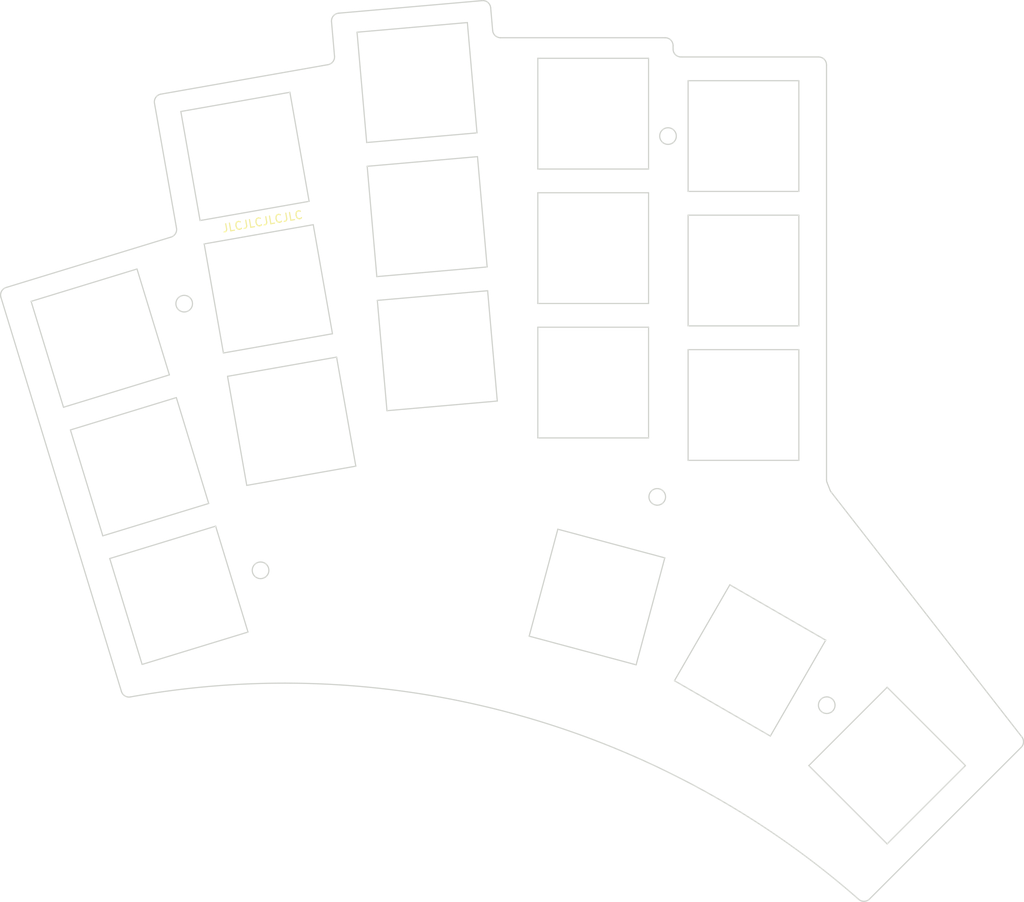
<source format=kicad_pcb>
(kicad_pcb (version 20221018) (generator pcbnew)

  (general
    (thickness 1.6)
  )

  (paper "A3")
  (title_block
    (title "porcupine_top_plate")
    (rev "v0.0.1")
    (company "Anarion")
  )

  (layers
    (0 "F.Cu" signal)
    (31 "B.Cu" signal)
    (32 "B.Adhes" user "B.Adhesive")
    (33 "F.Adhes" user "F.Adhesive")
    (34 "B.Paste" user)
    (35 "F.Paste" user)
    (36 "B.SilkS" user "B.Silkscreen")
    (37 "F.SilkS" user "F.Silkscreen")
    (38 "B.Mask" user)
    (39 "F.Mask" user)
    (40 "Dwgs.User" user "User.Drawings")
    (41 "Cmts.User" user "User.Comments")
    (42 "Eco1.User" user "User.Eco1")
    (43 "Eco2.User" user "User.Eco2")
    (44 "Edge.Cuts" user)
    (45 "Margin" user)
    (46 "B.CrtYd" user "B.Courtyard")
    (47 "F.CrtYd" user "F.Courtyard")
    (48 "B.Fab" user)
    (49 "F.Fab" user)
  )

  (setup
    (pad_to_mask_clearance 0.05)
    (pcbplotparams
      (layerselection 0x00010fc_ffffffff)
      (plot_on_all_layers_selection 0x0000000_00000000)
      (disableapertmacros false)
      (usegerberextensions false)
      (usegerberattributes true)
      (usegerberadvancedattributes true)
      (creategerberjobfile true)
      (dashed_line_dash_ratio 12.000000)
      (dashed_line_gap_ratio 3.000000)
      (svgprecision 6)
      (plotframeref false)
      (viasonmask false)
      (mode 1)
      (useauxorigin false)
      (hpglpennumber 1)
      (hpglpenspeed 20)
      (hpglpendiameter 15.000000)
      (dxfpolygonmode true)
      (dxfimperialunits true)
      (dxfusepcbnewfont true)
      (psnegative false)
      (psa4output false)
      (plotreference true)
      (plotvalue true)
      (plotinvisibletext false)
      (sketchpadsonfab false)
      (subtractmaskfromsilk false)
      (outputformat 1)
      (mirror false)
      (drillshape 1)
      (scaleselection 1)
      (outputdirectory "")
    )
  )

  (net 0 "")

  (gr_line (start 177.708993 103.364125) (end 191.496301 100.93305)
    (stroke (width 0.15) (type solid)) (layer "Edge.Cuts") (tstamp 016dffc6-9a6f-45b4-b94e-bb6875b44b79))
  (gr_line (start 220.411087 99.850184) (end 220.411087 113.850184)
    (stroke (width 0.15) (type solid)) (layer "Edge.Cuts") (tstamp 03be6fdc-9e57-4a59-bb4f-28e13901ed0a))
  (gr_circle (center 256.938831 164.638111) (end 257.988831 164.638111)
    (stroke (width 0.15) (type solid)) (fill none) (layer "Edge.Cuts") (tstamp 042fb455-dbf7-48bf-bb68-78781028f28f))
  (gr_line (start 165.411831 143.226373) (end 178.800097 139.13317)
    (stroke (width 0.15) (type solid)) (layer "Edge.Cuts") (tstamp 048219f8-f65d-4752-a410-fc2d45d28f24))
  (gr_line (start 222.941299 142.388048) (end 219.317832 155.91101)
    (stroke (width 0.15) (type solid)) (layer "Edge.Cuts") (tstamp 07a3eebb-8cd6-49e4-8c7a-442fc84e7552))
  (gr_arc (start 238.511087 82.683517) (mid 237.803983 82.39062) (end 237.511087 81.683517)
    (stroke (width 0.15) (type solid)) (layer "Edge.Cuts") (tstamp 0f87b673-5aca-48d6-bda5-6ce4edbd5a68))
  (gr_line (start 234.411087 96.850184) (end 234.411087 82.850184)
    (stroke (width 0.15) (type solid)) (layer "Edge.Cuts") (tstamp 10576a7b-19ac-48ef-8498-f58a744028b0))
  (gr_line (start 234.411087 130.850184) (end 234.411087 116.850184)
    (stroke (width 0.15) (type solid)) (layer "Edge.Cuts") (tstamp 10d732f4-7305-46aa-a91d-6c6e3d2c27d5))
  (gr_circle (center 185.357772 147.585205) (end 186.407772 147.585205)
    (stroke (width 0.15) (type solid)) (fill none) (layer "Edge.Cuts") (tstamp 1131d2a2-e15c-4a60-95cd-26729151aaf0))
  (gr_line (start 215.69772 80.250184) (end 236.511087 80.250184)
    (stroke (width 0.15) (type solid)) (layer "Edge.Cuts") (tstamp 142e47ef-3de5-4900-92af-0538c6ed16bf))
  (gr_line (start 236.46426 146.011515) (end 222.941299 142.388048)
    (stroke (width 0.15) (type solid)) (layer "Edge.Cuts") (tstamp 15cdf2bb-fe4d-4438-894d-e49bc7fe8f69))
  (gr_line (start 234.411087 99.850184) (end 220.411087 99.850184)
    (stroke (width 0.15) (type solid)) (layer "Edge.Cuts") (tstamp 181c18a3-1af5-4b6b-92e2-77003df0c086))
  (gr_line (start 152.533446 113.074139) (end 167.767477 162.902407)
    (stroke (width 0.15) (type solid)) (layer "Edge.Cuts") (tstamp 182a1971-fe95-4901-bc3f-921cd770a0bb))
  (gr_line (start 181.181956 123.06028) (end 183.613031 136.847588)
    (stroke (width 0.15) (type solid)) (layer "Edge.Cuts") (tstamp 19fe3770-6a1e-4f67-a17c-ce9c35beccb0))
  (gr_line (start 253.411087 119.683517) (end 239.411087 119.683517)
    (stroke (width 0.15) (type solid)) (layer "Edge.Cuts") (tstamp 1b4977e6-6e6c-4275-9e6f-6e33de96aa26))
  (gr_line (start 214.004336 109.231675) (end 212.784155 95.284949)
    (stroke (width 0.15) (type solid)) (layer "Edge.Cuts") (tstamp 1b5489d4-3652-46d7-b5cf-04c8ec4c3fd1))
  (gr_line (start 198.837429 96.505129) (end 200.05761 110.451855)
    (stroke (width 0.15) (type solid)) (layer "Edge.Cuts") (tstamp 1bb4f90a-767a-48ac-ae2e-7dd2ae09b5f3))
  (gr_line (start 234.411087 113.850184) (end 234.411087 99.850184)
    (stroke (width 0.15) (type solid)) (layer "Edge.Cuts") (tstamp 1d48d7b2-1613-48bf-a058-9f4b0e7e8acc))
  (gr_line (start 175.277918 89.576816) (end 177.708993 103.364125)
    (stroke (width 0.15) (type solid)) (layer "Edge.Cuts") (tstamp 1ec9cb47-245f-4430-ac0d-d8f8bacbf937))
  (gr_line (start 200.119838 113.45787) (end 201.340019 127.404596)
    (stroke (width 0.15) (type solid)) (layer "Edge.Cuts") (tstamp 1f1ceca2-e7bd-4523-a9b2-bd47a6c75772))
  (gr_circle (center 235.511087 138.300184) (end 236.561087 138.300184)
    (stroke (width 0.15) (type solid)) (fill none) (layer "Edge.Cuts") (tstamp 20859fcc-cd93-487f-ba50-914599573e52))
  (gr_line (start 257.499628 137.697189) (end 281.604326 168.643431)
    (stroke (width 0.15) (type solid)) (layer "Edge.Cuts") (tstamp 20a1dc28-57f7-497a-838f-6fb92a8dfbdd))
  (gr_line (start 214.450501 76.468114) (end 214.701526 79.33734)
    (stroke (width 0.15) (type solid)) (layer "Edge.Cuts") (tstamp 231cda8d-22e8-4a76-9ab8-fb47a203ed01))
  (gr_line (start 238.511087 82.683517) (end 255.911087 82.683517)
    (stroke (width 0.15) (type solid)) (layer "Edge.Cuts") (tstamp 25ed1bf9-7686-41f3-b062-5f8318aba6a0))
  (gr_line (start 220.411087 116.850184) (end 220.411087 130.850184)
    (stroke (width 0.15) (type solid)) (layer "Edge.Cuts") (tstamp 2709727d-d82b-438a-a897-0250fe28c33c))
  (gr_arc (start 174.730405 104.323902) (mid 174.598213 105.020021) (end 174.037969 105.453855)
    (stroke (width 0.15) (type solid)) (layer "Edge.Cuts") (tstamp 2747178e-159c-4dd0-8064-2104c54ab076))
  (gr_line (start 254.676089 172.274864) (end 264.575584 182.174359)
    (stroke (width 0.15) (type solid)) (layer "Edge.Cuts") (tstamp 298a7da8-c04a-4c25-bf0b-24b23ab770ad))
  (gr_line (start 256.810838 156.417271) (end 244.686483 149.417271)
    (stroke (width 0.15) (type solid)) (layer "Edge.Cuts") (tstamp 2a00aa60-f15e-4b2c-bf83-1a2d93da703c))
  (gr_arc (start 213.36715 75.559075) (mid 214.097099 75.789226) (end 214.450501 76.468114)
    (stroke (width 0.15) (type solid)) (layer "Edge.Cuts") (tstamp 2a8acb71-1002-41aa-bded-83f16c3c9c8d))
  (gr_line (start 166.288946 146.095288) (end 170.38215 159.483554)
    (stroke (width 0.15) (type solid)) (layer "Edge.Cuts") (tstamp 2f049086-e86c-4ff7-93c9-f117f02681ef))
  (gr_line (start 220.411087 130.850184) (end 234.411087 130.850184)
    (stroke (width 0.15) (type solid)) (layer "Edge.Cuts") (tstamp 30290f66-9240-4ea0-847d-5bcb7603fd87))
  (gr_circle (center 236.871087 92.683517) (end 237.921087 92.683517)
    (stroke (width 0.15) (type solid)) (fill none) (layer "Edge.Cuts") (tstamp 312811af-da7a-481d-aa20-64bb7f865bd7))
  (gr_line (start 219.317832 155.91101) (end 232.840794 159.534476)
    (stroke (width 0.15) (type solid)) (layer "Edge.Cuts") (tstamp 319a5be4-0762-48c2-8993-fbaf8a311d90))
  (gr_line (start 256.980782 136.492107) (end 257.358238 137.449473)
    (stroke (width 0.15) (type solid)) (layer "Edge.Cuts") (tstamp 3860bfb9-fa3d-45c4-8aa0-ebf38ba00e79))
  (gr_line (start 178.800097 139.13317) (end 174.706893 125.744903)
    (stroke (width 0.15) (type solid)) (layer "Edge.Cuts") (tstamp 3a9fdd7d-2232-4c96-9b4e-bb1f2849db7a))
  (gr_line (start 253.411087 116.683517) (end 253.411087 102.683517)
    (stroke (width 0.15) (type solid)) (layer "Edge.Cuts") (tstamp 406c36d1-eea9-4612-b1bd-1555b51dc4dc))
  (gr_line (start 239.411087 116.683517) (end 253.411087 116.683517)
    (stroke (width 0.15) (type solid)) (layer "Edge.Cuts") (tstamp 46d20c6f-113a-4b2b-b44e-4a48de6bc785))
  (gr_line (start 239.411087 85.683517) (end 239.411087 99.683517)
    (stroke (width 0.15) (type solid)) (layer "Edge.Cuts") (tstamp 4af849fd-ab59-4980-9cdd-574035e9281d))
  (gr_arc (start 194.327368 78.22866) (mid 194.557514 77.498703) (end 195.236407 77.145309)
    (stroke (width 0.15) (type solid)) (layer "Edge.Cuts") (tstamp 4ef314b8-6916-430d-8fe3-e96a33bfd874))
  (gr_line (start 172.758337 87.380977) (end 193.885835 83.655629)
    (stroke (width 0.15) (type solid)) (layer "Edge.Cuts") (tstamp 50ad724c-79be-45d9-8d26-162ea33bd7b7))
  (gr_arc (start 168.901145 163.594181) (mid 217.865263 165.866922) (end 260.980778 189.184351)
    (stroke (width 0.15) (type solid)) (layer "Edge.Cuts") (tstamp 5107e10c-1197-4506-9de2-b16f7db8a966))
  (gr_line (start 192.017246 103.887473) (end 178.229937 106.318548)
    (stroke (width 0.15) (type solid)) (layer "Edge.Cuts") (tstamp 534f16c3-381c-4d05-a8a9-092da90e55a6))
  (gr_arc (start 168.901145 163.594181) (mid 168.202896 163.463653) (end 167.767477 162.902407)
    (stroke (width 0.15) (type solid)) (layer "Edge.Cuts") (tstamp 5358bf9a-ab03-492a-9e64-b1673787c9f2))
  (gr_line (start 237.511087 81.250184) (end 237.511087 81.683517)
    (stroke (width 0.15) (type solid)) (layer "Edge.Cuts") (tstamp 558015af-7577-4c99-ae1c-f2242eae75c4))
  (gr_line (start 232.840794 159.534476) (end 236.46426 146.011515)
    (stroke (width 0.15) (type solid)) (layer "Edge.Cuts") (tstamp 59e05fcb-07df-4dc3-bcf4-c91724bcb553))
  (gr_line (start 239.411087 133.683517) (end 253.411087 133.683517)
    (stroke (width 0.15) (type solid)) (layer "Edge.Cuts") (tstamp 5a527711-114b-477d-af47-1c4f08a57f9e))
  (gr_line (start 201.340019 127.404596) (end 215.286744 126.184416)
    (stroke (width 0.15) (type solid)) (layer "Edge.Cuts") (tstamp 5c3c7c60-81fb-4b67-a610-727bf2810d54))
  (gr_line (start 281.522518 169.965041) (end 262.347609 189.13995)
    (stroke (width 0.15) (type solid)) (layer "Edge.Cuts") (tstamp 5ec7b335-8c85-4cc4-a60b-96de2d84a72d))
  (gr_line (start 174.706893 125.744903) (end 161.318627 129.838107)
    (stroke (width 0.15) (type solid)) (layer "Edge.Cuts") (tstamp 60aec198-6693-46c4-9c4e-8ab3ad5eb7f2))
  (gr_line (start 234.411087 116.850184) (end 220.411087 116.850184)
    (stroke (width 0.15) (type solid)) (layer "Edge.Cuts") (tstamp 6356e67b-2f26-4e21-a925-706d6b6736ea))
  (gr_arc (start 257.499628 137.697189) (mid 257.420061 137.578395) (end 257.358238 137.449473)
    (stroke (width 0.15) (type solid)) (layer "Edge.Cuts") (tstamp 63a29470-c3b7-4ad7-a33b-69a22abd8ab9))
  (gr_line (start 197.555021 79.552388) (end 198.775201 93.499114)
    (stroke (width 0.15) (type solid)) (layer "Edge.Cuts") (tstamp 69ea4855-5e32-4700-9780-4e37f9f7e7e2))
  (gr_line (start 234.411087 82.850184) (end 220.411087 82.850184)
    (stroke (width 0.15) (type solid)) (layer "Edge.Cuts") (tstamp 6a7e81fc-287f-466c-b663-57bf8082071c))
  (gr_line (start 189.065227 87.145742) (end 175.277918 89.576816)
    (stroke (width 0.15) (type solid)) (layer "Edge.Cuts") (tstamp 6c21ee2b-d975-4618-9172-7c4b75bb7930))
  (gr_line (start 173.829778 122.875989) (end 169.736574 109.487722)
    (stroke (width 0.15) (type solid)) (layer "Edge.Cuts") (tstamp 6d4f6cd0-d1f3-42c7-8b15-1135988355b7))
  (gr_line (start 253.411087 102.683517) (end 239.411087 102.683517)
    (stroke (width 0.15) (type solid)) (layer "Edge.Cuts") (tstamp 6df44c9c-ab0f-4c63-aa66-379e1fbb3aa7))
  (gr_line (start 274.475079 172.274864) (end 264.575584 162.375369)
    (stroke (width 0.15) (type solid)) (layer "Edge.Cuts") (tstamp 6f06e11c-e1c2-4f7f-8cb9-bc46854c6a01))
  (gr_line (start 197.400339 134.416514) (end 194.969265 120.629205)
    (stroke (width 0.15) (type solid)) (layer "Edge.Cuts") (tstamp 72ce79bd-292c-49de-9355-0db29acb6062))
  (gr_line (start 169.736574 109.487722) (end 156.348308 113.580926)
    (stroke (width 0.15) (type solid)) (layer "Edge.Cuts") (tstamp 73e87fe1-24ff-4f35-bfcf-0156ada363e9))
  (gr_arc (start 256.980782 136.492107) (mid 256.928662 136.311995) (end 256.911087 136.12532)
    (stroke (width 0.15) (type solid)) (layer "Edge.Cuts") (tstamp 75972a00-c3c2-472d-a4bf-71dc416b51ca))
  (gr_line (start 264.575584 182.174359) (end 274.475079 172.274864)
    (stroke (width 0.15) (type solid)) (layer "Edge.Cuts") (tstamp 7b88996e-8a68-4b82-b3d6-f7b11e0e5169))
  (gr_line (start 178.229937 106.318548) (end 180.661012 120.105856)
    (stroke (width 0.15) (type solid)) (layer "Edge.Cuts") (tstamp 7c5aa4fd-2c68-4c13-8b32-9d0698452334))
  (gr_line (start 239.411087 119.683517) (end 239.411087 133.683517)
    (stroke (width 0.15) (type solid)) (layer "Edge.Cuts") (tstamp 7f53e2d6-379f-4dce-aae1-1517828338f9))
  (gr_line (start 171.947177 88.539433) (end 174.730405 104.323902)
    (stroke (width 0.15) (type solid)) (layer "Edge.Cuts") (tstamp 819f25b4-eb93-41e4-b467-907b2cd69e91))
  (gr_line (start 212.721927 92.278934) (end 211.501747 78.332208)
    (stroke (width 0.15) (type solid)) (layer "Edge.Cuts") (tstamp 8cdcbcbe-4376-484f-9b38-c032cedcfca1))
  (gr_line (start 198.775201 93.499114) (end 212.721927 92.278934)
    (stroke (width 0.15) (type solid)) (layer "Edge.Cuts") (tstamp 90218254-c970-4fa3-a8af-b9d236b39c50))
  (gr_line (start 183.613031 136.847588) (end 197.400339 134.416514)
    (stroke (width 0.15) (type solid)) (layer "Edge.Cuts") (tstamp 91bbbfda-8dbc-4b6c-b1a7-8d03aa82cdfb))
  (gr_arc (start 194.708382 82.583665) (mid 194.505531 83.279567) (end 193.885835 83.655629)
    (stroke (width 0.15) (type solid)) (layer "Edge.Cuts") (tstamp 9517054e-fccc-4fcb-8476-89a846e979dd))
  (gr_line (start 191.496301 100.93305) (end 189.065227 87.145742)
    (stroke (width 0.15) (type solid)) (layer "Edge.Cuts") (tstamp 962efa9e-693c-49c5-9dac-60ea9c2d1a1c))
  (gr_line (start 156.348308 113.580926) (end 160.441512 126.969192)
    (stroke (width 0.15) (type solid)) (layer "Edge.Cuts") (tstamp 9bc15c34-216b-467f-ad3e-36cfbbafb153))
  (gr_circle (center 175.703205 113.872065) (end 176.753205 113.872065)
    (stroke (width 0.15) (type solid)) (fill none) (layer "Edge.Cuts") (tstamp 9d9462b5-191c-4304-a12d-8b79315ebd10))
  (gr_line (start 153.19738 111.825463) (end 174.037969 105.453855)
    (stroke (width 0.15) (type solid)) (layer "Edge.Cuts") (tstamp 9f074109-de14-4b9b-a6d2-37be196bf49b))
  (gr_line (start 180.661012 120.105856) (end 194.44832 117.674782)
    (stroke (width 0.15) (type solid)) (layer "Edge.Cuts") (tstamp 9fb7f7d6-bd31-4119-b898-3529db3cf6ef))
  (gr_line (start 220.411087 113.850184) (end 234.411087 113.850184)
    (stroke (width 0.15) (type solid)) (layer "Edge.Cuts") (tstamp a0a7d431-ab1b-4ffd-b1b3-ca7dbc8df363))
  (gr_arc (start 255.911087 82.683517) (mid 256.618196 82.976407) (end 256.911087 83.683517)
    (stroke (width 0.15) (type solid)) (layer "Edge.Cuts") (tstamp a166e48a-7fd3-4601-82a2-1f65199fe635))
  (gr_line (start 220.411087 96.850184) (end 234.411087 96.850184)
    (stroke (width 0.15) (type solid)) (layer "Edge.Cuts") (tstamp a246cff3-4b1b-46a8-8bdb-5e97901b0ad4))
  (gr_line (start 160.441512 126.969192) (end 173.829778 122.875989)
    (stroke (width 0.15) (type solid)) (layer "Edge.Cuts") (tstamp a3033d39-f108-4471-9ed7-c9c56fa3bae6))
  (gr_line (start 239.411087 102.683517) (end 239.411087 116.683517)
    (stroke (width 0.15) (type solid)) (layer "Edge.Cuts") (tstamp a6f2fd5c-0aa8-4896-8e03-8137131bd8a1))
  (gr_line (start 239.411087 99.683517) (end 253.411087 99.683517)
    (stroke (width 0.15) (type solid)) (layer "Edge.Cuts") (tstamp a9006199-0820-49be-8f9a-3770d44aab4f))
  (gr_line (start 211.501747 78.332208) (end 197.555021 79.552388)
    (stroke (width 0.15) (type solid)) (layer "Edge.Cuts") (tstamp af117b48-9293-407e-aa65-59eff2541a6a))
  (gr_line (start 183.770416 155.39035) (end 179.677212 142.002084)
    (stroke (width 0.15) (type solid)) (layer "Edge.Cuts") (tstamp b0781e68-862b-491f-ac37-c1dba2ff0f87))
  (gr_arc (start 152.533446 113.074139) (mid 152.606821 112.312307) (end 153.19738 111.825463)
    (stroke (width 0.15) (type solid)) (layer "Edge.Cuts") (tstamp b091c189-ca95-4b57-9d65-7dd8ee01c88a))
  (gr_line (start 264.575584 162.375369) (end 254.676089 172.274864)
    (stroke (width 0.15) (type solid)) (layer "Edge.Cuts") (tstamp b0e09d19-67e1-4ea3-8ff7-805308f436e2))
  (gr_line (start 194.44832 117.674782) (end 192.017246 103.887473)
    (stroke (width 0.15) (type solid)) (layer "Edge.Cuts") (tstamp b0e9a9d2-91df-4367-8eda-8b5b4472516a))
  (gr_line (start 253.411087 99.683517) (end 253.411087 85.683517)
    (stroke (width 0.15) (type solid)) (layer "Edge.Cuts") (tstamp bc08801e-b434-4c44-bb0b-c1e0423fe00e))
  (gr_line (start 200.05761 110.451855) (end 214.004336 109.231675)
    (stroke (width 0.15) (type solid)) (layer "Edge.Cuts") (tstamp bdac1d06-7250-44a3-9f4f-0417cbe0299a))
  (gr_line (start 179.677212 142.002084) (end 166.288946 146.095288)
    (stroke (width 0.15) (type solid)) (layer "Edge.Cuts") (tstamp bdc4c6aa-183a-4cca-954e-1a645d77298b))
  (gr_arc (start 281.604326 168.643431) (mid 281.813476 169.319706) (end 281.522518 169.965041)
    (stroke (width 0.15) (type solid)) (layer "Edge.Cuts") (tstamp c00e4e49-bcd6-443b-9551-03330254af4f))
  (gr_arc (start 236.511087 80.250184) (mid 237.218208 80.543072) (end 237.511087 81.250184)
    (stroke (width 0.15) (type solid)) (layer "Edge.Cuts") (tstamp c12ab095-8097-4a99-9877-61b0b1b7d270))
  (gr_line (start 195.236407 77.145309) (end 213.36715 75.559075)
    (stroke (width 0.15) (type solid)) (layer "Edge.Cuts") (tstamp c2c43b02-7ed5-41c4-872e-2aedf383b9fb))
  (gr_line (start 256.911087 136.12532) (end 256.911087 83.683517)
    (stroke (width 0.15) (type solid)) (layer "Edge.Cuts") (tstamp c96ceacb-8a78-4d21-8718-205ff4cf192d))
  (gr_line (start 237.686483 161.541626) (end 249.810838 168.541626)
    (stroke (width 0.15) (type solid)) (layer "Edge.Cuts") (tstamp cdf8898c-97ab-4b52-8fa2-ccc5bfaf2b97))
  (gr_line (start 194.708382 82.583665) (end 194.327368 78.22866)
    (stroke (width 0.15) (type solid)) (layer "Edge.Cuts") (tstamp d1858490-cb39-4583-a149-33d1a8fcfc29))
  (gr_line (start 214.066564 112.23769) (end 200.119838 113.45787)
    (stroke (width 0.15) (type solid)) (layer "Edge.Cuts") (tstamp e4397af1-904c-44cd-b3ef-ca8a5e12b355))
  (gr_line (start 220.411087 82.850184) (end 220.411087 96.850184)
    (stroke (width 0.15) (type solid)) (layer "Edge.Cuts") (tstamp e7da602c-b053-4644-b020-96e667c18c60))
  (gr_line (start 215.286744 126.184416) (end 214.066564 112.23769)
    (stroke (width 0.15) (type solid)) (layer "Edge.Cuts") (tstamp ebbedeff-5ca2-426a-8458-88dcd5c2d2bf))
  (gr_arc (start 215.69772 80.250184) (mid 215.022123 79.987468) (end 214.701526 79.33734)
    (stroke (width 0.15) (type solid)) (layer "Edge.Cuts") (tstamp ed146c6f-a5d1-4857-8d79-9e3e46a7d2be))
  (gr_line (start 170.38215 159.483554) (end 183.770416 155.39035)
    (stroke (width 0.15) (type solid)) (layer "Edge.Cuts") (tstamp eeb81002-24c4-4fbd-b1f4-ffb74e8cdffc))
  (gr_line (start 253.411087 133.683517) (end 253.411087 119.683517)
    (stroke (width 0.15) (type solid)) (layer "Edge.Cuts") (tstamp f129dd7e-2904-4228-b303-4a16e231a705))
  (gr_line (start 249.810838 168.541626) (end 256.810838 156.417271)
    (stroke (width 0.15) (type solid)) (layer "Edge.Cuts") (tstamp f2eb391a-b3b5-4120-8692-470b7ce4945e))
  (gr_line (start 161.318627 129.838107) (end 165.411831 143.226373)
    (stroke (width 0.15) (type solid)) (layer "Edge.Cuts") (tstamp f49afa5c-2216-459f-8575-82e4fad511ac))
  (gr_arc (start 171.947177 88.539433) (mid 172.112839 87.792214) (end 172.758337 87.380977)
    (stroke (width 0.15) (type solid)) (layer "Edge.Cuts") (tstamp f7b60aec-74d2-4844-860e-38b5ec13a892))
  (gr_line (start 244.686483 149.417271) (end 237.686483 161.541626)
    (stroke (width 0.15) (type solid)) (layer "Edge.Cuts") (tstamp f9381a85-8a86-4f40-ad2b-4f052b77f9d6))
  (gr_line (start 212.784155 95.284949) (end 198.837429 96.505129)
    (stroke (width 0.15) (type solid)) (layer "Edge.Cuts") (tstamp fb330f3e-2a09-48e8-b857-f902b0df0581))
  (gr_arc (start 262.347609 189.13995) (mid 261.672969 189.432305) (end 260.980778 189.184351)
    (stroke (width 0.15) (type solid)) (layer "Edge.Cuts") (tstamp fdc2ade3-4142-466b-befc-68b29c22673b))
  (gr_line (start 194.969265 120.629205) (end 181.181956 123.06028)
    (stroke (width 0.15) (type solid)) (layer "Edge.Cuts") (tstamp fe19800c-b32b-4989-8033-affaa2a2ed11))
  (gr_line (start 253.411087 85.683517) (end 239.411087 85.683517)
    (stroke (width 0.15) (type solid)) (layer "Edge.Cuts") (tstamp ffca9eb1-ab35-45b1-a4ec-fc4b291ef55b))
  (gr_text "JLCJLCJLCJLC" (at 180.431484 104.407216 10) (layer "F.SilkS") (tstamp 7424d078-222e-4b7a-a685-3b1b731366fd)
    (effects (font (size 1 1) (thickness 0.15)) (justify left))
  )

)

</source>
